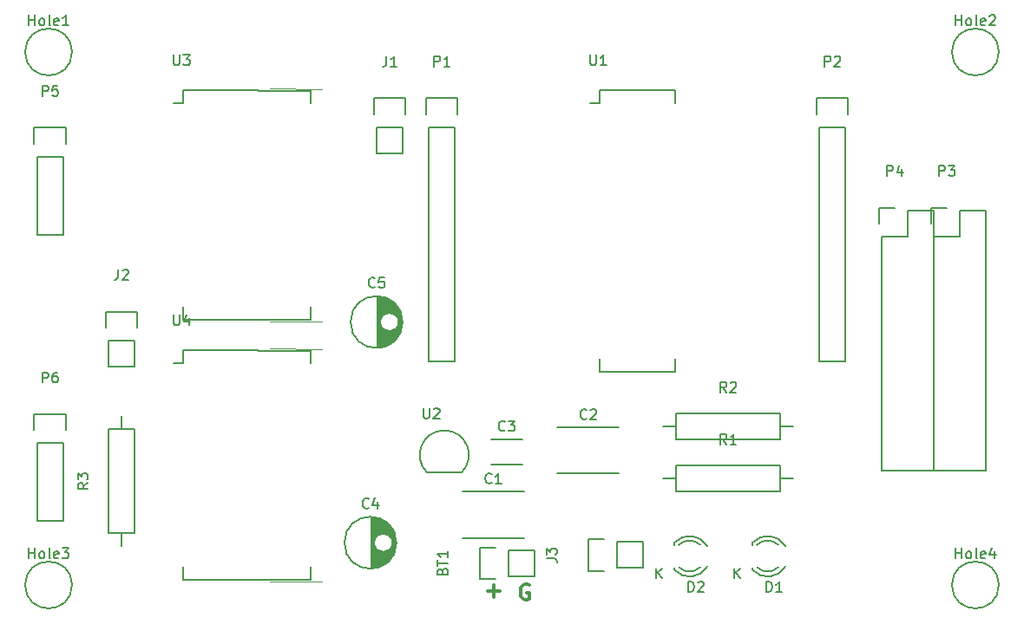
<source format=gbr>
G04 #@! TF.FileFunction,Legend,Top*
%FSLAX46Y46*%
G04 Gerber Fmt 4.6, Leading zero omitted, Abs format (unit mm)*
G04 Created by KiCad (PCBNEW (2015-08-25 BZR 6127, Git a813deb)-product) date 9/4/2015 3:45:25 PM*
%MOMM*%
G01*
G04 APERTURE LIST*
%ADD10C,0.100000*%
%ADD11C,0.300000*%
%ADD12C,0.150000*%
%ADD13C,0.050000*%
G04 APERTURE END LIST*
D10*
D11*
X116724857Y-119138000D02*
X116582000Y-119066571D01*
X116367714Y-119066571D01*
X116153429Y-119138000D01*
X116010571Y-119280857D01*
X115939143Y-119423714D01*
X115867714Y-119709429D01*
X115867714Y-119923714D01*
X115939143Y-120209429D01*
X116010571Y-120352286D01*
X116153429Y-120495143D01*
X116367714Y-120566571D01*
X116510571Y-120566571D01*
X116724857Y-120495143D01*
X116796286Y-120423714D01*
X116796286Y-119923714D01*
X116510571Y-119923714D01*
X112712572Y-119741143D02*
X113855429Y-119741143D01*
X113284000Y-120312571D02*
X113284000Y-119169714D01*
D12*
X114730000Y-115730000D02*
X117270000Y-115730000D01*
X111910000Y-115450000D02*
X113460000Y-115450000D01*
X114730000Y-115730000D02*
X114730000Y-118270000D01*
X113460000Y-118550000D02*
X111910000Y-118550000D01*
X111910000Y-118550000D02*
X111910000Y-115450000D01*
X114730000Y-118270000D02*
X117270000Y-118270000D01*
X117270000Y-118270000D02*
X117270000Y-115730000D01*
X110244000Y-110018000D02*
X116244000Y-110018000D01*
X116244000Y-114518000D02*
X110244000Y-114518000D01*
X119500000Y-103750000D02*
X125500000Y-103750000D01*
X125500000Y-108250000D02*
X119500000Y-108250000D01*
X113050000Y-104890000D02*
X116050000Y-104890000D01*
X116050000Y-107390000D02*
X113050000Y-107390000D01*
X101325000Y-112501000D02*
X101325000Y-117499000D01*
X101465000Y-112509000D02*
X101465000Y-117491000D01*
X101605000Y-112525000D02*
X101605000Y-114905000D01*
X101605000Y-115095000D02*
X101605000Y-117475000D01*
X101745000Y-112549000D02*
X101745000Y-114510000D01*
X101745000Y-115490000D02*
X101745000Y-117451000D01*
X101885000Y-112582000D02*
X101885000Y-114343000D01*
X101885000Y-115657000D02*
X101885000Y-117418000D01*
X102025000Y-112623000D02*
X102025000Y-114236000D01*
X102025000Y-115764000D02*
X102025000Y-117377000D01*
X102165000Y-112673000D02*
X102165000Y-114165000D01*
X102165000Y-115835000D02*
X102165000Y-117327000D01*
X102305000Y-112734000D02*
X102305000Y-114121000D01*
X102305000Y-115879000D02*
X102305000Y-117266000D01*
X102445000Y-112804000D02*
X102445000Y-114102000D01*
X102445000Y-115898000D02*
X102445000Y-117196000D01*
X102585000Y-112886000D02*
X102585000Y-114104000D01*
X102585000Y-115896000D02*
X102585000Y-117114000D01*
X102725000Y-112981000D02*
X102725000Y-114129000D01*
X102725000Y-115871000D02*
X102725000Y-117019000D01*
X102865000Y-113092000D02*
X102865000Y-114177000D01*
X102865000Y-115823000D02*
X102865000Y-116908000D01*
X103005000Y-113220000D02*
X103005000Y-114255000D01*
X103005000Y-115745000D02*
X103005000Y-116780000D01*
X103145000Y-113369000D02*
X103145000Y-114372000D01*
X103145000Y-115628000D02*
X103145000Y-116631000D01*
X103285000Y-113548000D02*
X103285000Y-114560000D01*
X103285000Y-115440000D02*
X103285000Y-116452000D01*
X103425000Y-113767000D02*
X103425000Y-116233000D01*
X103565000Y-114056000D02*
X103565000Y-115944000D01*
X103705000Y-114528000D02*
X103705000Y-115472000D01*
X103400000Y-115000000D02*
G75*
G03X103400000Y-115000000I-900000J0D01*
G01*
X103787500Y-115000000D02*
G75*
G03X103787500Y-115000000I-2537500J0D01*
G01*
X101925000Y-90941000D02*
X101925000Y-95939000D01*
X102065000Y-90949000D02*
X102065000Y-95931000D01*
X102205000Y-90965000D02*
X102205000Y-93345000D01*
X102205000Y-93535000D02*
X102205000Y-95915000D01*
X102345000Y-90989000D02*
X102345000Y-92950000D01*
X102345000Y-93930000D02*
X102345000Y-95891000D01*
X102485000Y-91022000D02*
X102485000Y-92783000D01*
X102485000Y-94097000D02*
X102485000Y-95858000D01*
X102625000Y-91063000D02*
X102625000Y-92676000D01*
X102625000Y-94204000D02*
X102625000Y-95817000D01*
X102765000Y-91113000D02*
X102765000Y-92605000D01*
X102765000Y-94275000D02*
X102765000Y-95767000D01*
X102905000Y-91174000D02*
X102905000Y-92561000D01*
X102905000Y-94319000D02*
X102905000Y-95706000D01*
X103045000Y-91244000D02*
X103045000Y-92542000D01*
X103045000Y-94338000D02*
X103045000Y-95636000D01*
X103185000Y-91326000D02*
X103185000Y-92544000D01*
X103185000Y-94336000D02*
X103185000Y-95554000D01*
X103325000Y-91421000D02*
X103325000Y-92569000D01*
X103325000Y-94311000D02*
X103325000Y-95459000D01*
X103465000Y-91532000D02*
X103465000Y-92617000D01*
X103465000Y-94263000D02*
X103465000Y-95348000D01*
X103605000Y-91660000D02*
X103605000Y-92695000D01*
X103605000Y-94185000D02*
X103605000Y-95220000D01*
X103745000Y-91809000D02*
X103745000Y-92812000D01*
X103745000Y-94068000D02*
X103745000Y-95071000D01*
X103885000Y-91988000D02*
X103885000Y-93000000D01*
X103885000Y-93880000D02*
X103885000Y-94892000D01*
X104025000Y-92207000D02*
X104025000Y-94673000D01*
X104165000Y-92496000D02*
X104165000Y-94384000D01*
X104305000Y-92968000D02*
X104305000Y-93912000D01*
X104000000Y-93440000D02*
G75*
G03X104000000Y-93440000I-900000J0D01*
G01*
X104387500Y-93440000D02*
G75*
G03X104387500Y-93440000I-2537500J0D01*
G01*
X138501000Y-117614000D02*
X138501000Y-117414000D01*
X138501000Y-115020000D02*
X138501000Y-115200000D01*
X141728744Y-115330357D02*
G75*
G03X138501000Y-115014000I-1727744J-1003643D01*
G01*
X141053006Y-115200932D02*
G75*
G03X138950000Y-115200000I-1052006J-1133068D01*
G01*
X138513780Y-117640726D02*
G75*
G03X141751000Y-117294000I1497220J1306726D01*
G01*
X138987111Y-117413253D02*
G75*
G03X141035000Y-117394000I1013889J1079253D01*
G01*
X130881000Y-117614000D02*
X130881000Y-117414000D01*
X130881000Y-115020000D02*
X130881000Y-115200000D01*
X134108744Y-115330357D02*
G75*
G03X130881000Y-115014000I-1727744J-1003643D01*
G01*
X133433006Y-115200932D02*
G75*
G03X131330000Y-115200000I-1052006J-1133068D01*
G01*
X130893780Y-117640726D02*
G75*
G03X134131000Y-117294000I1497220J1306726D01*
G01*
X131367111Y-117413253D02*
G75*
G03X133415000Y-117394000I1013889J1079253D01*
G01*
X104410000Y-74390000D02*
X104410000Y-76930000D01*
X104690000Y-71570000D02*
X104690000Y-73120000D01*
X104410000Y-74390000D02*
X101870000Y-74390000D01*
X101590000Y-73120000D02*
X101590000Y-71570000D01*
X101590000Y-71570000D02*
X104690000Y-71570000D01*
X101870000Y-74390000D02*
X101870000Y-76930000D01*
X101870000Y-76930000D02*
X104410000Y-76930000D01*
X78232000Y-95250000D02*
X78232000Y-97790000D01*
X78512000Y-92430000D02*
X78512000Y-93980000D01*
X78232000Y-95250000D02*
X75692000Y-95250000D01*
X75412000Y-93980000D02*
X75412000Y-92430000D01*
X75412000Y-92430000D02*
X78512000Y-92430000D01*
X75692000Y-95250000D02*
X75692000Y-97790000D01*
X75692000Y-97790000D02*
X78232000Y-97790000D01*
X109490000Y-74390000D02*
X109490000Y-97250000D01*
X109490000Y-97250000D02*
X106950000Y-97250000D01*
X106950000Y-97250000D02*
X106950000Y-74390000D01*
X109770000Y-71570000D02*
X109770000Y-73120000D01*
X109490000Y-74390000D02*
X106950000Y-74390000D01*
X106670000Y-73120000D02*
X106670000Y-71570000D01*
X106670000Y-71570000D02*
X109770000Y-71570000D01*
X147590000Y-74390000D02*
X147590000Y-97250000D01*
X147590000Y-97250000D02*
X145050000Y-97250000D01*
X145050000Y-97250000D02*
X145050000Y-74390000D01*
X147870000Y-71570000D02*
X147870000Y-73120000D01*
X147590000Y-74390000D02*
X145050000Y-74390000D01*
X144770000Y-73120000D02*
X144770000Y-71570000D01*
X144770000Y-71570000D02*
X147870000Y-71570000D01*
X161290000Y-107950000D02*
X161290000Y-82550000D01*
X156210000Y-85090000D02*
X156210000Y-107950000D01*
X161290000Y-107950000D02*
X156210000Y-107950000D01*
X161290000Y-82550000D02*
X158750000Y-82550000D01*
X157480000Y-82270000D02*
X155930000Y-82270000D01*
X158750000Y-82550000D02*
X158750000Y-85090000D01*
X158750000Y-85090000D02*
X156210000Y-85090000D01*
X155930000Y-82270000D02*
X155930000Y-83820000D01*
X156210000Y-107950000D02*
X156210000Y-82550000D01*
X151130000Y-85090000D02*
X151130000Y-107950000D01*
X156210000Y-107950000D02*
X151130000Y-107950000D01*
X156210000Y-82550000D02*
X153670000Y-82550000D01*
X152400000Y-82270000D02*
X150850000Y-82270000D01*
X153670000Y-82550000D02*
X153670000Y-85090000D01*
X153670000Y-85090000D02*
X151130000Y-85090000D01*
X150850000Y-82270000D02*
X150850000Y-83820000D01*
X68730000Y-77270000D02*
X68730000Y-84890000D01*
X71270000Y-77270000D02*
X71270000Y-84890000D01*
X71550000Y-74450000D02*
X71550000Y-76000000D01*
X68730000Y-84890000D02*
X71270000Y-84890000D01*
X71270000Y-77270000D02*
X68730000Y-77270000D01*
X68450000Y-76000000D02*
X68450000Y-74450000D01*
X68450000Y-74450000D02*
X71550000Y-74450000D01*
X68730000Y-105270000D02*
X68730000Y-112890000D01*
X71270000Y-105270000D02*
X71270000Y-112890000D01*
X71550000Y-102450000D02*
X71550000Y-104000000D01*
X68730000Y-112890000D02*
X71270000Y-112890000D01*
X71270000Y-105270000D02*
X68730000Y-105270000D01*
X68450000Y-104000000D02*
X68450000Y-102450000D01*
X68450000Y-102450000D02*
X71550000Y-102450000D01*
X131080000Y-107410000D02*
X131080000Y-109950000D01*
X131080000Y-109950000D02*
X141240000Y-109950000D01*
X141240000Y-109950000D02*
X141240000Y-107410000D01*
X141240000Y-107410000D02*
X131080000Y-107410000D01*
X142510000Y-108680000D02*
X141240000Y-108680000D01*
X129810000Y-108680000D02*
X131080000Y-108680000D01*
X131080000Y-102330000D02*
X131080000Y-104870000D01*
X131080000Y-104870000D02*
X141240000Y-104870000D01*
X141240000Y-104870000D02*
X141240000Y-102330000D01*
X141240000Y-102330000D02*
X131080000Y-102330000D01*
X142510000Y-103600000D02*
X141240000Y-103600000D01*
X129810000Y-103600000D02*
X131080000Y-103600000D01*
X75730000Y-114080000D02*
X78270000Y-114080000D01*
X78270000Y-114080000D02*
X78270000Y-103920000D01*
X78270000Y-103920000D02*
X75730000Y-103920000D01*
X75730000Y-103920000D02*
X75730000Y-114080000D01*
X77000000Y-102650000D02*
X77000000Y-103920000D01*
X77000000Y-115350000D02*
X77000000Y-114080000D01*
X123595000Y-70825000D02*
X123595000Y-72095000D01*
X130945000Y-70825000D02*
X130945000Y-72095000D01*
X130945000Y-98275000D02*
X130945000Y-97005000D01*
X123595000Y-98275000D02*
X123595000Y-97005000D01*
X123595000Y-70825000D02*
X130945000Y-70825000D01*
X123595000Y-98275000D02*
X130945000Y-98275000D01*
X123595000Y-72095000D02*
X122660000Y-72095000D01*
X106758000Y-108126000D02*
X110158000Y-108126000D01*
X106760944Y-108123056D02*
G75*
G02X108458000Y-104026000I1697056J1697056D01*
G01*
X110155056Y-108123056D02*
G75*
G03X108458000Y-104026000I-1697056J1697056D01*
G01*
D13*
X91456000Y-70656200D02*
X96561400Y-70668900D01*
X91456000Y-93376500D02*
X96536000Y-93376500D01*
D12*
X90300000Y-93190000D02*
X95400000Y-93190000D01*
X90300000Y-70830000D02*
X95330000Y-70830000D01*
X82955000Y-70825000D02*
X82955000Y-72095000D01*
X95385000Y-70825000D02*
X95385000Y-72095000D01*
X95385000Y-93195000D02*
X95385000Y-91925000D01*
X82955000Y-93195000D02*
X82955000Y-91925000D01*
X82955000Y-70825000D02*
X90305000Y-70825000D01*
X82955000Y-93195000D02*
X90305000Y-93195000D01*
X82955000Y-72095000D02*
X82020000Y-72095000D01*
D13*
X91456000Y-96056200D02*
X96561400Y-96068900D01*
X91456000Y-118776500D02*
X96536000Y-118776500D01*
D12*
X90300000Y-118590000D02*
X95400000Y-118590000D01*
X90300000Y-96230000D02*
X95330000Y-96230000D01*
X82955000Y-96225000D02*
X82955000Y-97495000D01*
X95385000Y-96225000D02*
X95385000Y-97495000D01*
X95385000Y-118595000D02*
X95385000Y-117325000D01*
X82955000Y-118595000D02*
X82955000Y-117325000D01*
X82955000Y-96225000D02*
X90305000Y-96225000D01*
X82955000Y-118595000D02*
X90305000Y-118595000D01*
X82955000Y-97495000D02*
X82020000Y-97495000D01*
X125349000Y-114935000D02*
X127889000Y-114935000D01*
X122529000Y-114655000D02*
X124079000Y-114655000D01*
X125349000Y-114935000D02*
X125349000Y-117475000D01*
X124079000Y-117755000D02*
X122529000Y-117755000D01*
X122529000Y-117755000D02*
X122529000Y-114655000D01*
X125349000Y-117475000D02*
X127889000Y-117475000D01*
X127889000Y-117475000D02*
X127889000Y-114935000D01*
X72136000Y-67056000D02*
G75*
G03X72136000Y-67056000I-2286000J0D01*
G01*
X162560000Y-67056000D02*
G75*
G03X162560000Y-67056000I-2286000J0D01*
G01*
X72136000Y-119126000D02*
G75*
G03X72136000Y-119126000I-2286000J0D01*
G01*
X162560000Y-119126000D02*
G75*
G03X162560000Y-119126000I-2286000J0D01*
G01*
X108288571Y-117785714D02*
X108336190Y-117642857D01*
X108383810Y-117595238D01*
X108479048Y-117547619D01*
X108621905Y-117547619D01*
X108717143Y-117595238D01*
X108764762Y-117642857D01*
X108812381Y-117738095D01*
X108812381Y-118119048D01*
X107812381Y-118119048D01*
X107812381Y-117785714D01*
X107860000Y-117690476D01*
X107907619Y-117642857D01*
X108002857Y-117595238D01*
X108098095Y-117595238D01*
X108193333Y-117642857D01*
X108240952Y-117690476D01*
X108288571Y-117785714D01*
X108288571Y-118119048D01*
X107812381Y-117261905D02*
X107812381Y-116690476D01*
X108812381Y-116976191D02*
X107812381Y-116976191D01*
X108812381Y-115833333D02*
X108812381Y-116404762D01*
X108812381Y-116119048D02*
X107812381Y-116119048D01*
X107955238Y-116214286D01*
X108050476Y-116309524D01*
X108098095Y-116404762D01*
X113077334Y-109125143D02*
X113029715Y-109172762D01*
X112886858Y-109220381D01*
X112791620Y-109220381D01*
X112648762Y-109172762D01*
X112553524Y-109077524D01*
X112505905Y-108982286D01*
X112458286Y-108791810D01*
X112458286Y-108648952D01*
X112505905Y-108458476D01*
X112553524Y-108363238D01*
X112648762Y-108268000D01*
X112791620Y-108220381D01*
X112886858Y-108220381D01*
X113029715Y-108268000D01*
X113077334Y-108315619D01*
X114029715Y-109220381D02*
X113458286Y-109220381D01*
X113744000Y-109220381D02*
X113744000Y-108220381D01*
X113648762Y-108363238D01*
X113553524Y-108458476D01*
X113458286Y-108506095D01*
X122333334Y-102857143D02*
X122285715Y-102904762D01*
X122142858Y-102952381D01*
X122047620Y-102952381D01*
X121904762Y-102904762D01*
X121809524Y-102809524D01*
X121761905Y-102714286D01*
X121714286Y-102523810D01*
X121714286Y-102380952D01*
X121761905Y-102190476D01*
X121809524Y-102095238D01*
X121904762Y-102000000D01*
X122047620Y-101952381D01*
X122142858Y-101952381D01*
X122285715Y-102000000D01*
X122333334Y-102047619D01*
X122714286Y-102047619D02*
X122761905Y-102000000D01*
X122857143Y-101952381D01*
X123095239Y-101952381D01*
X123190477Y-102000000D01*
X123238096Y-102047619D01*
X123285715Y-102142857D01*
X123285715Y-102238095D01*
X123238096Y-102380952D01*
X122666667Y-102952381D01*
X123285715Y-102952381D01*
X114383334Y-103997143D02*
X114335715Y-104044762D01*
X114192858Y-104092381D01*
X114097620Y-104092381D01*
X113954762Y-104044762D01*
X113859524Y-103949524D01*
X113811905Y-103854286D01*
X113764286Y-103663810D01*
X113764286Y-103520952D01*
X113811905Y-103330476D01*
X113859524Y-103235238D01*
X113954762Y-103140000D01*
X114097620Y-103092381D01*
X114192858Y-103092381D01*
X114335715Y-103140000D01*
X114383334Y-103187619D01*
X114716667Y-103092381D02*
X115335715Y-103092381D01*
X115002381Y-103473333D01*
X115145239Y-103473333D01*
X115240477Y-103520952D01*
X115288096Y-103568571D01*
X115335715Y-103663810D01*
X115335715Y-103901905D01*
X115288096Y-103997143D01*
X115240477Y-104044762D01*
X115145239Y-104092381D01*
X114859524Y-104092381D01*
X114764286Y-104044762D01*
X114716667Y-103997143D01*
X101083334Y-111557143D02*
X101035715Y-111604762D01*
X100892858Y-111652381D01*
X100797620Y-111652381D01*
X100654762Y-111604762D01*
X100559524Y-111509524D01*
X100511905Y-111414286D01*
X100464286Y-111223810D01*
X100464286Y-111080952D01*
X100511905Y-110890476D01*
X100559524Y-110795238D01*
X100654762Y-110700000D01*
X100797620Y-110652381D01*
X100892858Y-110652381D01*
X101035715Y-110700000D01*
X101083334Y-110747619D01*
X101940477Y-110985714D02*
X101940477Y-111652381D01*
X101702381Y-110604762D02*
X101464286Y-111319048D01*
X102083334Y-111319048D01*
X101683334Y-89997143D02*
X101635715Y-90044762D01*
X101492858Y-90092381D01*
X101397620Y-90092381D01*
X101254762Y-90044762D01*
X101159524Y-89949524D01*
X101111905Y-89854286D01*
X101064286Y-89663810D01*
X101064286Y-89520952D01*
X101111905Y-89330476D01*
X101159524Y-89235238D01*
X101254762Y-89140000D01*
X101397620Y-89092381D01*
X101492858Y-89092381D01*
X101635715Y-89140000D01*
X101683334Y-89187619D01*
X102588096Y-89092381D02*
X102111905Y-89092381D01*
X102064286Y-89568571D01*
X102111905Y-89520952D01*
X102207143Y-89473333D01*
X102445239Y-89473333D01*
X102540477Y-89520952D01*
X102588096Y-89568571D01*
X102635715Y-89663810D01*
X102635715Y-89901905D01*
X102588096Y-89997143D01*
X102540477Y-90044762D01*
X102445239Y-90092381D01*
X102207143Y-90092381D01*
X102111905Y-90044762D01*
X102064286Y-89997143D01*
X139871905Y-119812381D02*
X139871905Y-118812381D01*
X140110000Y-118812381D01*
X140252858Y-118860000D01*
X140348096Y-118955238D01*
X140395715Y-119050476D01*
X140443334Y-119240952D01*
X140443334Y-119383810D01*
X140395715Y-119574286D01*
X140348096Y-119669524D01*
X140252858Y-119764762D01*
X140110000Y-119812381D01*
X139871905Y-119812381D01*
X141395715Y-119812381D02*
X140824286Y-119812381D01*
X141110000Y-119812381D02*
X141110000Y-118812381D01*
X141014762Y-118955238D01*
X140919524Y-119050476D01*
X140824286Y-119098095D01*
X136748095Y-118492381D02*
X136748095Y-117492381D01*
X137319524Y-118492381D02*
X136890952Y-117920952D01*
X137319524Y-117492381D02*
X136748095Y-118063810D01*
X132251905Y-119812381D02*
X132251905Y-118812381D01*
X132490000Y-118812381D01*
X132632858Y-118860000D01*
X132728096Y-118955238D01*
X132775715Y-119050476D01*
X132823334Y-119240952D01*
X132823334Y-119383810D01*
X132775715Y-119574286D01*
X132728096Y-119669524D01*
X132632858Y-119764762D01*
X132490000Y-119812381D01*
X132251905Y-119812381D01*
X133204286Y-118907619D02*
X133251905Y-118860000D01*
X133347143Y-118812381D01*
X133585239Y-118812381D01*
X133680477Y-118860000D01*
X133728096Y-118907619D01*
X133775715Y-119002857D01*
X133775715Y-119098095D01*
X133728096Y-119240952D01*
X133156667Y-119812381D01*
X133775715Y-119812381D01*
X129128095Y-118492381D02*
X129128095Y-117492381D01*
X129699524Y-118492381D02*
X129270952Y-117920952D01*
X129699524Y-117492381D02*
X129128095Y-118063810D01*
X102806667Y-67472381D02*
X102806667Y-68186667D01*
X102759047Y-68329524D01*
X102663809Y-68424762D01*
X102520952Y-68472381D01*
X102425714Y-68472381D01*
X103806667Y-68472381D02*
X103235238Y-68472381D01*
X103520952Y-68472381D02*
X103520952Y-67472381D01*
X103425714Y-67615238D01*
X103330476Y-67710476D01*
X103235238Y-67758095D01*
X76628667Y-88332381D02*
X76628667Y-89046667D01*
X76581047Y-89189524D01*
X76485809Y-89284762D01*
X76342952Y-89332381D01*
X76247714Y-89332381D01*
X77057238Y-88427619D02*
X77104857Y-88380000D01*
X77200095Y-88332381D01*
X77438191Y-88332381D01*
X77533429Y-88380000D01*
X77581048Y-88427619D01*
X77628667Y-88522857D01*
X77628667Y-88618095D01*
X77581048Y-88760952D01*
X77009619Y-89332381D01*
X77628667Y-89332381D01*
X107481905Y-68472381D02*
X107481905Y-67472381D01*
X107862858Y-67472381D01*
X107958096Y-67520000D01*
X108005715Y-67567619D01*
X108053334Y-67662857D01*
X108053334Y-67805714D01*
X108005715Y-67900952D01*
X107958096Y-67948571D01*
X107862858Y-67996190D01*
X107481905Y-67996190D01*
X109005715Y-68472381D02*
X108434286Y-68472381D01*
X108720000Y-68472381D02*
X108720000Y-67472381D01*
X108624762Y-67615238D01*
X108529524Y-67710476D01*
X108434286Y-67758095D01*
X145581905Y-68472381D02*
X145581905Y-67472381D01*
X145962858Y-67472381D01*
X146058096Y-67520000D01*
X146105715Y-67567619D01*
X146153334Y-67662857D01*
X146153334Y-67805714D01*
X146105715Y-67900952D01*
X146058096Y-67948571D01*
X145962858Y-67996190D01*
X145581905Y-67996190D01*
X146534286Y-67567619D02*
X146581905Y-67520000D01*
X146677143Y-67472381D01*
X146915239Y-67472381D01*
X147010477Y-67520000D01*
X147058096Y-67567619D01*
X147105715Y-67662857D01*
X147105715Y-67758095D01*
X147058096Y-67900952D01*
X146486667Y-68472381D01*
X147105715Y-68472381D01*
X156741905Y-79172381D02*
X156741905Y-78172381D01*
X157122858Y-78172381D01*
X157218096Y-78220000D01*
X157265715Y-78267619D01*
X157313334Y-78362857D01*
X157313334Y-78505714D01*
X157265715Y-78600952D01*
X157218096Y-78648571D01*
X157122858Y-78696190D01*
X156741905Y-78696190D01*
X157646667Y-78172381D02*
X158265715Y-78172381D01*
X157932381Y-78553333D01*
X158075239Y-78553333D01*
X158170477Y-78600952D01*
X158218096Y-78648571D01*
X158265715Y-78743810D01*
X158265715Y-78981905D01*
X158218096Y-79077143D01*
X158170477Y-79124762D01*
X158075239Y-79172381D01*
X157789524Y-79172381D01*
X157694286Y-79124762D01*
X157646667Y-79077143D01*
X151661905Y-79172381D02*
X151661905Y-78172381D01*
X152042858Y-78172381D01*
X152138096Y-78220000D01*
X152185715Y-78267619D01*
X152233334Y-78362857D01*
X152233334Y-78505714D01*
X152185715Y-78600952D01*
X152138096Y-78648571D01*
X152042858Y-78696190D01*
X151661905Y-78696190D01*
X153090477Y-78505714D02*
X153090477Y-79172381D01*
X152852381Y-78124762D02*
X152614286Y-78839048D01*
X153233334Y-78839048D01*
X69261905Y-71352381D02*
X69261905Y-70352381D01*
X69642858Y-70352381D01*
X69738096Y-70400000D01*
X69785715Y-70447619D01*
X69833334Y-70542857D01*
X69833334Y-70685714D01*
X69785715Y-70780952D01*
X69738096Y-70828571D01*
X69642858Y-70876190D01*
X69261905Y-70876190D01*
X70738096Y-70352381D02*
X70261905Y-70352381D01*
X70214286Y-70828571D01*
X70261905Y-70780952D01*
X70357143Y-70733333D01*
X70595239Y-70733333D01*
X70690477Y-70780952D01*
X70738096Y-70828571D01*
X70785715Y-70923810D01*
X70785715Y-71161905D01*
X70738096Y-71257143D01*
X70690477Y-71304762D01*
X70595239Y-71352381D01*
X70357143Y-71352381D01*
X70261905Y-71304762D01*
X70214286Y-71257143D01*
X69261905Y-99352381D02*
X69261905Y-98352381D01*
X69642858Y-98352381D01*
X69738096Y-98400000D01*
X69785715Y-98447619D01*
X69833334Y-98542857D01*
X69833334Y-98685714D01*
X69785715Y-98780952D01*
X69738096Y-98828571D01*
X69642858Y-98876190D01*
X69261905Y-98876190D01*
X70690477Y-98352381D02*
X70500000Y-98352381D01*
X70404762Y-98400000D01*
X70357143Y-98447619D01*
X70261905Y-98590476D01*
X70214286Y-98780952D01*
X70214286Y-99161905D01*
X70261905Y-99257143D01*
X70309524Y-99304762D01*
X70404762Y-99352381D01*
X70595239Y-99352381D01*
X70690477Y-99304762D01*
X70738096Y-99257143D01*
X70785715Y-99161905D01*
X70785715Y-98923810D01*
X70738096Y-98828571D01*
X70690477Y-98780952D01*
X70595239Y-98733333D01*
X70404762Y-98733333D01*
X70309524Y-98780952D01*
X70261905Y-98828571D01*
X70214286Y-98923810D01*
X135993334Y-105383341D02*
X135660000Y-104907150D01*
X135421905Y-105383341D02*
X135421905Y-104383341D01*
X135802858Y-104383341D01*
X135898096Y-104430960D01*
X135945715Y-104478579D01*
X135993334Y-104573817D01*
X135993334Y-104716674D01*
X135945715Y-104811912D01*
X135898096Y-104859531D01*
X135802858Y-104907150D01*
X135421905Y-104907150D01*
X136945715Y-105383341D02*
X136374286Y-105383341D01*
X136660000Y-105383341D02*
X136660000Y-104383341D01*
X136564762Y-104526198D01*
X136469524Y-104621436D01*
X136374286Y-104669055D01*
X135993334Y-100303341D02*
X135660000Y-99827150D01*
X135421905Y-100303341D02*
X135421905Y-99303341D01*
X135802858Y-99303341D01*
X135898096Y-99350960D01*
X135945715Y-99398579D01*
X135993334Y-99493817D01*
X135993334Y-99636674D01*
X135945715Y-99731912D01*
X135898096Y-99779531D01*
X135802858Y-99827150D01*
X135421905Y-99827150D01*
X136374286Y-99398579D02*
X136421905Y-99350960D01*
X136517143Y-99303341D01*
X136755239Y-99303341D01*
X136850477Y-99350960D01*
X136898096Y-99398579D01*
X136945715Y-99493817D01*
X136945715Y-99589055D01*
X136898096Y-99731912D01*
X136326667Y-100303341D01*
X136945715Y-100303341D01*
X73703341Y-109166666D02*
X73227150Y-109500000D01*
X73703341Y-109738095D02*
X72703341Y-109738095D01*
X72703341Y-109357142D01*
X72750960Y-109261904D01*
X72798579Y-109214285D01*
X72893817Y-109166666D01*
X73036674Y-109166666D01*
X73131912Y-109214285D01*
X73179531Y-109261904D01*
X73227150Y-109357142D01*
X73227150Y-109738095D01*
X72703341Y-108833333D02*
X72703341Y-108214285D01*
X73084293Y-108547619D01*
X73084293Y-108404761D01*
X73131912Y-108309523D01*
X73179531Y-108261904D01*
X73274770Y-108214285D01*
X73512865Y-108214285D01*
X73608103Y-108261904D01*
X73655722Y-108309523D01*
X73703341Y-108404761D01*
X73703341Y-108690476D01*
X73655722Y-108785714D01*
X73608103Y-108833333D01*
X122698095Y-67352381D02*
X122698095Y-68161905D01*
X122745714Y-68257143D01*
X122793333Y-68304762D01*
X122888571Y-68352381D01*
X123079048Y-68352381D01*
X123174286Y-68304762D01*
X123221905Y-68257143D01*
X123269524Y-68161905D01*
X123269524Y-67352381D01*
X124269524Y-68352381D02*
X123698095Y-68352381D01*
X123983809Y-68352381D02*
X123983809Y-67352381D01*
X123888571Y-67495238D01*
X123793333Y-67590476D01*
X123698095Y-67638095D01*
X106426095Y-101878381D02*
X106426095Y-102687905D01*
X106473714Y-102783143D01*
X106521333Y-102830762D01*
X106616571Y-102878381D01*
X106807048Y-102878381D01*
X106902286Y-102830762D01*
X106949905Y-102783143D01*
X106997524Y-102687905D01*
X106997524Y-101878381D01*
X107426095Y-101973619D02*
X107473714Y-101926000D01*
X107568952Y-101878381D01*
X107807048Y-101878381D01*
X107902286Y-101926000D01*
X107949905Y-101973619D01*
X107997524Y-102068857D01*
X107997524Y-102164095D01*
X107949905Y-102306952D01*
X107378476Y-102878381D01*
X107997524Y-102878381D01*
X82058095Y-67352381D02*
X82058095Y-68161905D01*
X82105714Y-68257143D01*
X82153333Y-68304762D01*
X82248571Y-68352381D01*
X82439048Y-68352381D01*
X82534286Y-68304762D01*
X82581905Y-68257143D01*
X82629524Y-68161905D01*
X82629524Y-67352381D01*
X83010476Y-67352381D02*
X83629524Y-67352381D01*
X83296190Y-67733333D01*
X83439048Y-67733333D01*
X83534286Y-67780952D01*
X83581905Y-67828571D01*
X83629524Y-67923810D01*
X83629524Y-68161905D01*
X83581905Y-68257143D01*
X83534286Y-68304762D01*
X83439048Y-68352381D01*
X83153333Y-68352381D01*
X83058095Y-68304762D01*
X83010476Y-68257143D01*
X82058095Y-92752381D02*
X82058095Y-93561905D01*
X82105714Y-93657143D01*
X82153333Y-93704762D01*
X82248571Y-93752381D01*
X82439048Y-93752381D01*
X82534286Y-93704762D01*
X82581905Y-93657143D01*
X82629524Y-93561905D01*
X82629524Y-92752381D01*
X83534286Y-93085714D02*
X83534286Y-93752381D01*
X83296190Y-92704762D02*
X83058095Y-93419048D01*
X83677143Y-93419048D01*
X118431381Y-116538333D02*
X119145667Y-116538333D01*
X119288524Y-116585953D01*
X119383762Y-116681191D01*
X119431381Y-116824048D01*
X119431381Y-116919286D01*
X118431381Y-116157381D02*
X118431381Y-115538333D01*
X118812333Y-115871667D01*
X118812333Y-115728809D01*
X118859952Y-115633571D01*
X118907571Y-115585952D01*
X119002810Y-115538333D01*
X119240905Y-115538333D01*
X119336143Y-115585952D01*
X119383762Y-115633571D01*
X119431381Y-115728809D01*
X119431381Y-116014524D01*
X119383762Y-116109762D01*
X119336143Y-116157381D01*
X67945238Y-64460381D02*
X67945238Y-63460381D01*
X67945238Y-63936571D02*
X68516667Y-63936571D01*
X68516667Y-64460381D02*
X68516667Y-63460381D01*
X69135714Y-64460381D02*
X69040476Y-64412762D01*
X68992857Y-64365143D01*
X68945238Y-64269905D01*
X68945238Y-63984190D01*
X68992857Y-63888952D01*
X69040476Y-63841333D01*
X69135714Y-63793714D01*
X69278572Y-63793714D01*
X69373810Y-63841333D01*
X69421429Y-63888952D01*
X69469048Y-63984190D01*
X69469048Y-64269905D01*
X69421429Y-64365143D01*
X69373810Y-64412762D01*
X69278572Y-64460381D01*
X69135714Y-64460381D01*
X70040476Y-64460381D02*
X69945238Y-64412762D01*
X69897619Y-64317524D01*
X69897619Y-63460381D01*
X70802382Y-64412762D02*
X70707144Y-64460381D01*
X70516667Y-64460381D01*
X70421429Y-64412762D01*
X70373810Y-64317524D01*
X70373810Y-63936571D01*
X70421429Y-63841333D01*
X70516667Y-63793714D01*
X70707144Y-63793714D01*
X70802382Y-63841333D01*
X70850001Y-63936571D01*
X70850001Y-64031810D01*
X70373810Y-64127048D01*
X71802382Y-64460381D02*
X71230953Y-64460381D01*
X71516667Y-64460381D02*
X71516667Y-63460381D01*
X71421429Y-63603238D01*
X71326191Y-63698476D01*
X71230953Y-63746095D01*
X158369238Y-64460381D02*
X158369238Y-63460381D01*
X158369238Y-63936571D02*
X158940667Y-63936571D01*
X158940667Y-64460381D02*
X158940667Y-63460381D01*
X159559714Y-64460381D02*
X159464476Y-64412762D01*
X159416857Y-64365143D01*
X159369238Y-64269905D01*
X159369238Y-63984190D01*
X159416857Y-63888952D01*
X159464476Y-63841333D01*
X159559714Y-63793714D01*
X159702572Y-63793714D01*
X159797810Y-63841333D01*
X159845429Y-63888952D01*
X159893048Y-63984190D01*
X159893048Y-64269905D01*
X159845429Y-64365143D01*
X159797810Y-64412762D01*
X159702572Y-64460381D01*
X159559714Y-64460381D01*
X160464476Y-64460381D02*
X160369238Y-64412762D01*
X160321619Y-64317524D01*
X160321619Y-63460381D01*
X161226382Y-64412762D02*
X161131144Y-64460381D01*
X160940667Y-64460381D01*
X160845429Y-64412762D01*
X160797810Y-64317524D01*
X160797810Y-63936571D01*
X160845429Y-63841333D01*
X160940667Y-63793714D01*
X161131144Y-63793714D01*
X161226382Y-63841333D01*
X161274001Y-63936571D01*
X161274001Y-64031810D01*
X160797810Y-64127048D01*
X161654953Y-63555619D02*
X161702572Y-63508000D01*
X161797810Y-63460381D01*
X162035906Y-63460381D01*
X162131144Y-63508000D01*
X162178763Y-63555619D01*
X162226382Y-63650857D01*
X162226382Y-63746095D01*
X162178763Y-63888952D01*
X161607334Y-64460381D01*
X162226382Y-64460381D01*
X67945238Y-116530381D02*
X67945238Y-115530381D01*
X67945238Y-116006571D02*
X68516667Y-116006571D01*
X68516667Y-116530381D02*
X68516667Y-115530381D01*
X69135714Y-116530381D02*
X69040476Y-116482762D01*
X68992857Y-116435143D01*
X68945238Y-116339905D01*
X68945238Y-116054190D01*
X68992857Y-115958952D01*
X69040476Y-115911333D01*
X69135714Y-115863714D01*
X69278572Y-115863714D01*
X69373810Y-115911333D01*
X69421429Y-115958952D01*
X69469048Y-116054190D01*
X69469048Y-116339905D01*
X69421429Y-116435143D01*
X69373810Y-116482762D01*
X69278572Y-116530381D01*
X69135714Y-116530381D01*
X70040476Y-116530381D02*
X69945238Y-116482762D01*
X69897619Y-116387524D01*
X69897619Y-115530381D01*
X70802382Y-116482762D02*
X70707144Y-116530381D01*
X70516667Y-116530381D01*
X70421429Y-116482762D01*
X70373810Y-116387524D01*
X70373810Y-116006571D01*
X70421429Y-115911333D01*
X70516667Y-115863714D01*
X70707144Y-115863714D01*
X70802382Y-115911333D01*
X70850001Y-116006571D01*
X70850001Y-116101810D01*
X70373810Y-116197048D01*
X71183334Y-115530381D02*
X71802382Y-115530381D01*
X71469048Y-115911333D01*
X71611906Y-115911333D01*
X71707144Y-115958952D01*
X71754763Y-116006571D01*
X71802382Y-116101810D01*
X71802382Y-116339905D01*
X71754763Y-116435143D01*
X71707144Y-116482762D01*
X71611906Y-116530381D01*
X71326191Y-116530381D01*
X71230953Y-116482762D01*
X71183334Y-116435143D01*
X158369238Y-116530381D02*
X158369238Y-115530381D01*
X158369238Y-116006571D02*
X158940667Y-116006571D01*
X158940667Y-116530381D02*
X158940667Y-115530381D01*
X159559714Y-116530381D02*
X159464476Y-116482762D01*
X159416857Y-116435143D01*
X159369238Y-116339905D01*
X159369238Y-116054190D01*
X159416857Y-115958952D01*
X159464476Y-115911333D01*
X159559714Y-115863714D01*
X159702572Y-115863714D01*
X159797810Y-115911333D01*
X159845429Y-115958952D01*
X159893048Y-116054190D01*
X159893048Y-116339905D01*
X159845429Y-116435143D01*
X159797810Y-116482762D01*
X159702572Y-116530381D01*
X159559714Y-116530381D01*
X160464476Y-116530381D02*
X160369238Y-116482762D01*
X160321619Y-116387524D01*
X160321619Y-115530381D01*
X161226382Y-116482762D02*
X161131144Y-116530381D01*
X160940667Y-116530381D01*
X160845429Y-116482762D01*
X160797810Y-116387524D01*
X160797810Y-116006571D01*
X160845429Y-115911333D01*
X160940667Y-115863714D01*
X161131144Y-115863714D01*
X161226382Y-115911333D01*
X161274001Y-116006571D01*
X161274001Y-116101810D01*
X160797810Y-116197048D01*
X162131144Y-115863714D02*
X162131144Y-116530381D01*
X161893048Y-115482762D02*
X161654953Y-116197048D01*
X162274001Y-116197048D01*
M02*

</source>
